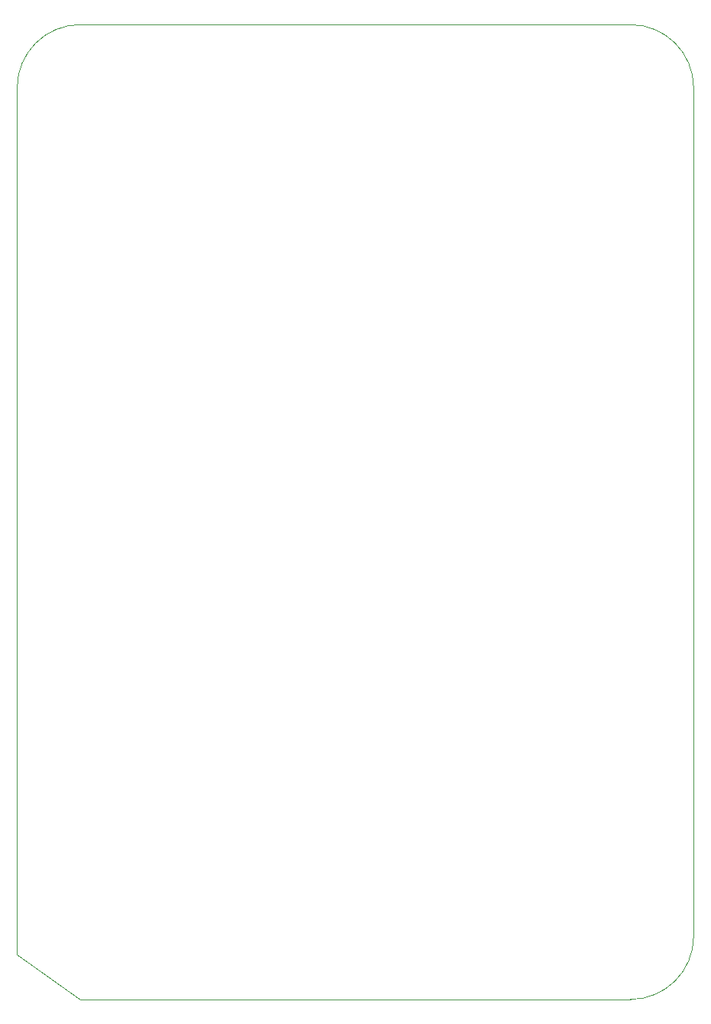
<source format=gbr>
%TF.GenerationSoftware,KiCad,Pcbnew,5.1.6-c6e7f7d~86~ubuntu18.04.1*%
%TF.CreationDate,2020-08-04T21:49:05-03:00*%
%TF.ProjectId,pcbproyecto,70636270-726f-4796-9563-746f2e6b6963,rev?*%
%TF.SameCoordinates,Original*%
%TF.FileFunction,Profile,NP*%
%FSLAX46Y46*%
G04 Gerber Fmt 4.6, Leading zero omitted, Abs format (unit mm)*
G04 Created by KiCad (PCBNEW 5.1.6-c6e7f7d~86~ubuntu18.04.1) date 2020-08-04 21:49:05*
%MOMM*%
%LPD*%
G01*
G04 APERTURE LIST*
%TA.AperFunction,Profile*%
%ADD10C,0.050000*%
%TD*%
G04 APERTURE END LIST*
D10*
X12000000Y-25000000D02*
X12000000Y-26000000D01*
X87000000Y-25000000D02*
X87000000Y-119000000D01*
X19000000Y-18000000D02*
X80000000Y-18000000D01*
X80000000Y-18000000D02*
G75*
G02*
X87000000Y-25000000I0J-7000000D01*
G01*
X12000000Y-25000000D02*
G75*
G02*
X19000000Y-18000000I7000000J0D01*
G01*
X87000000Y-119000000D02*
G75*
G02*
X80000000Y-126000000I-7000000J0D01*
G01*
X19000000Y-126000000D02*
X80000000Y-126000000D01*
X12000000Y-121000000D02*
X19000000Y-126000000D01*
X12000000Y-26000000D02*
X12000000Y-121000000D01*
M02*

</source>
